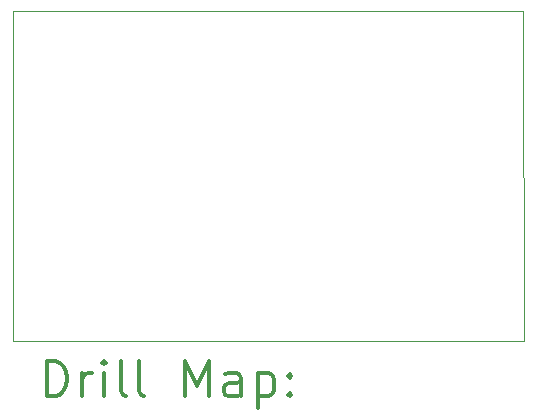
<source format=gbr>
%FSLAX45Y45*%
G04 Gerber Fmt 4.5, Leading zero omitted, Abs format (unit mm)*
G04 Created by KiCad (PCBNEW (5.1.10)-1) date 2021-11-13 20:11:33*
%MOMM*%
%LPD*%
G01*
G04 APERTURE LIST*
%TA.AperFunction,Profile*%
%ADD10C,0.100000*%
%TD*%
%ADD11C,0.200000*%
%ADD12C,0.300000*%
G04 APERTURE END LIST*
D10*
X13020000Y-8890000D02*
X8699500Y-8890000D01*
X8699500Y-8890000D02*
X8699500Y-6096000D01*
X8699500Y-6096000D02*
X13017500Y-6096000D01*
X13017500Y-6096000D02*
X13020000Y-8890000D01*
D11*
D12*
X8980928Y-9360714D02*
X8980928Y-9060714D01*
X9052357Y-9060714D01*
X9095214Y-9075000D01*
X9123786Y-9103572D01*
X9138071Y-9132143D01*
X9152357Y-9189286D01*
X9152357Y-9232143D01*
X9138071Y-9289286D01*
X9123786Y-9317857D01*
X9095214Y-9346429D01*
X9052357Y-9360714D01*
X8980928Y-9360714D01*
X9280928Y-9360714D02*
X9280928Y-9160714D01*
X9280928Y-9217857D02*
X9295214Y-9189286D01*
X9309500Y-9175000D01*
X9338071Y-9160714D01*
X9366643Y-9160714D01*
X9466643Y-9360714D02*
X9466643Y-9160714D01*
X9466643Y-9060714D02*
X9452357Y-9075000D01*
X9466643Y-9089286D01*
X9480928Y-9075000D01*
X9466643Y-9060714D01*
X9466643Y-9089286D01*
X9652357Y-9360714D02*
X9623786Y-9346429D01*
X9609500Y-9317857D01*
X9609500Y-9060714D01*
X9809500Y-9360714D02*
X9780928Y-9346429D01*
X9766643Y-9317857D01*
X9766643Y-9060714D01*
X10152357Y-9360714D02*
X10152357Y-9060714D01*
X10252357Y-9275000D01*
X10352357Y-9060714D01*
X10352357Y-9360714D01*
X10623786Y-9360714D02*
X10623786Y-9203572D01*
X10609500Y-9175000D01*
X10580928Y-9160714D01*
X10523786Y-9160714D01*
X10495214Y-9175000D01*
X10623786Y-9346429D02*
X10595214Y-9360714D01*
X10523786Y-9360714D01*
X10495214Y-9346429D01*
X10480928Y-9317857D01*
X10480928Y-9289286D01*
X10495214Y-9260714D01*
X10523786Y-9246429D01*
X10595214Y-9246429D01*
X10623786Y-9232143D01*
X10766643Y-9160714D02*
X10766643Y-9460714D01*
X10766643Y-9175000D02*
X10795214Y-9160714D01*
X10852357Y-9160714D01*
X10880928Y-9175000D01*
X10895214Y-9189286D01*
X10909500Y-9217857D01*
X10909500Y-9303572D01*
X10895214Y-9332143D01*
X10880928Y-9346429D01*
X10852357Y-9360714D01*
X10795214Y-9360714D01*
X10766643Y-9346429D01*
X11038071Y-9332143D02*
X11052357Y-9346429D01*
X11038071Y-9360714D01*
X11023786Y-9346429D01*
X11038071Y-9332143D01*
X11038071Y-9360714D01*
X11038071Y-9175000D02*
X11052357Y-9189286D01*
X11038071Y-9203572D01*
X11023786Y-9189286D01*
X11038071Y-9175000D01*
X11038071Y-9203572D01*
M02*

</source>
